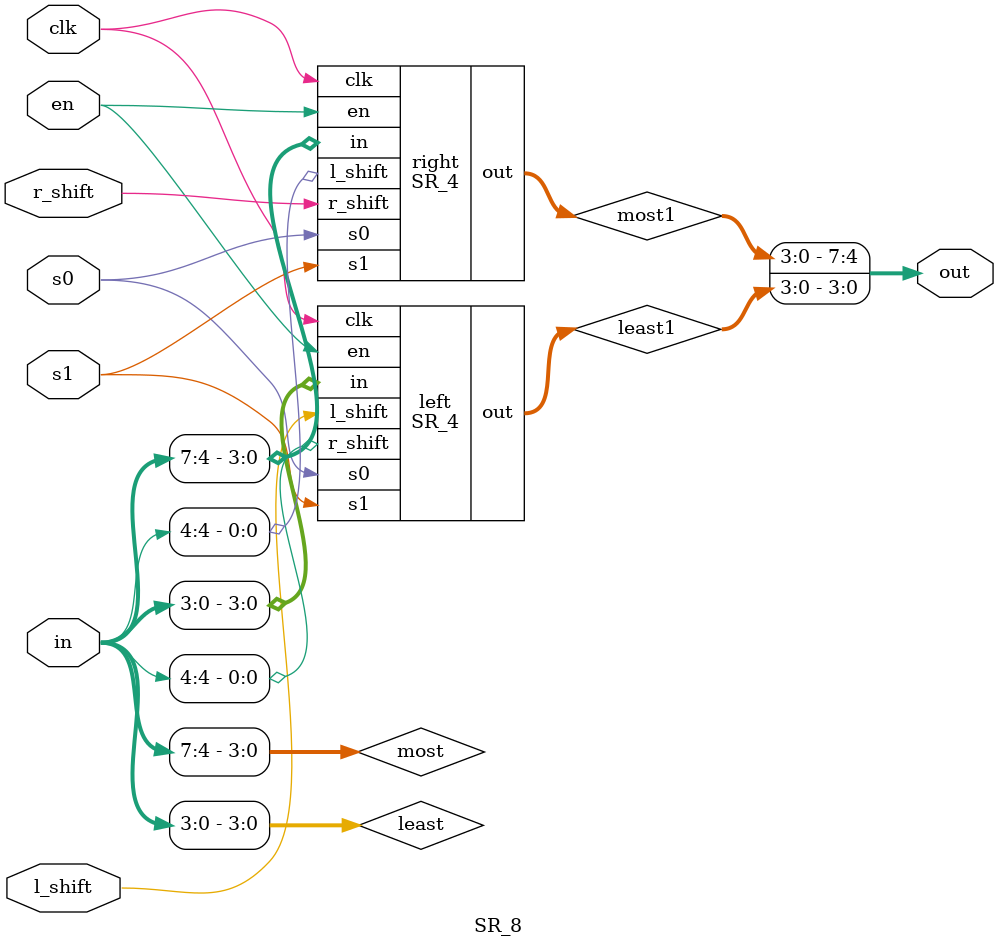
<source format=v>
/*

E/13/181 S.L.B. KARUNARATHNE	
E/13/058 M.D.R.A.M. DE DILVA

*/

module stimulus_4;

	reg[3:0] in;
	wire[3:0] out;
	reg clock;


	initial
		clock = 1'b0;

	always
		#5 clock = ~clock;

	initial
		#45 $finish;

	reg s0,s1,en,l_shift,r_shift;

	SR_4 sr4(out,in,s0,s1,clock,en,l_shift,r_shift);

	//simulation of 4-bit shift register
	initial
	begin
		// set input lines
		in=4'b0100;
		en=1'b1;
		r_shift=1'b0;
		l_shift=1'b0;
		#1 $display("Clock=%b IN= %b\n",clock,in);
		// parallel
		s1 =1'b1 ;s0 =1'b1;
		#5 $display("Clock=%b S1 = %b, S0 = %b, OUTPUT = %b \n", clock,s1, s0, out);
		// shift right
		s1 =1'b0; s0 =1'b1;
		r_shift=1'b1;
		#10 $display("Clock=%b S1 = %b, S0 = %b, OUTPUT = %b \n", clock,s1, s0, out);
		// shift left
		s1 =1'b1; s0 =1'b0;
		l_shift=1'b1;
		#10 $display("Clock=%b S1 = %b, S0 = %b, OUTPUT = %b \n",clock, s1, s0, out);
		// hold
		s1 =1'b0; s0 =1'b0;
		#10 $display("Clock=%b S1 = %b, S0 = %b, OUTPUT = %b \n",clock, s1, s0, out);
	end
	
endmodule

module stimulus_8;

	reg[7:0] in;
	wire[7:0] out;
	reg clock;


	initial
		clock = 1'b0;

	always
		#5 clock = ~clock;

	initial
		#45 $finish;

	reg s0,s1,en,l_shift,r_shift;

	SR_8 sr8(out,in,s0,s1,clock,en,l_shift,r_shift);

	//simulation of 4-bit shift register
	initial
	begin
		// set input lines
		in=8'b01101100;
		en=1'b1;
		r_shift=1'b0;
		l_shift=1'b0;
		#2 $display("Clock=%b IN= %b\n",clock,in);
		// parallel
		s1 =1'b1 ;s0 =1'b1;
		#5 $display("Clock=%b S1 = %b, S0 = %b, OUTPUT = %b \n", clock,s1, s0, out);
		// shift right
		s1 =1'b0; s0 =1'b1;
		r_shift=1'b1;
		#10 $display("Clock=%b S1 = %b, S0 = %b, OUTPUT = %b \n", clock,s1, s0, out);
		// shift left
		s1 =1'b1; s0 =1'b0;
		l_shift=1'b1;
		#10 $display("Clock=%b S1 = %b, S0 = %b, OUTPUT = %b \n",clock, s1, s0, out);
		// hold
		s1 =1'b0; s0 =1'b0;
		#10 $display("Clock=%b S1 = %b, S0 = %b, OUTPUT = %b \n",clock, s1, s0, out);
	end
	
endmodule


module SR_4(out, in, s0, s1,clk,en,l_shift,r_shift);
	
	input [3:0] in;
	input s0,s1,clk,en,l_shift,r_shift;
	output reg [3:0] out;

	always @(posedge clk)
	begin
		if(en==1'b1)
			begin
			if (s1==1'b1 && s0==1'b1)
				out<=in; 
			else if (s1==1'b0 && s0==1'b1)
				//shift right
				out <= {r_shift,out[3:1]}; 
			else if (s1==1'b1 && s0==1'b0)
				//shift_left
				out <= {out[2:0],l_shift}; 


			end
	end
	
endmodule



module SR_8(out, in, s0, s1,clk,en,l_shift,r_shift);

	input [7:0] in;
	input s0,s1,clk,en,l_shift,r_shift;
	output reg [7:0] out;

	wire[3:0] least=in[3:0];
	wire[3:0] most=in[7:4];
	wire[3:0] least1;
	wire[3:0] most1;



	SR_4 left(least1,least,s0,s1,clk,en,l_shift,in[4]);
	SR_4 right(most1,most,s0,s1,clk,en,in[4],r_shift);

	always
		#1 out<={most1,least1};

endmodule

</source>
